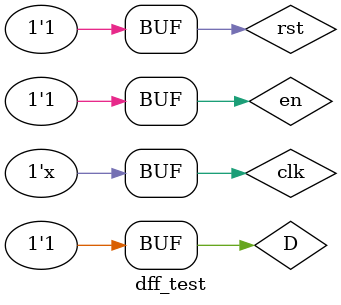
<source format=v>
`timescale 1ns / 1ps


module dff_test;

	// Inputs
	reg D;
	reg clk;
	reg rst;
	reg en;

	// Outputs
	wire Q;

	// Instantiate the Unit Under Test (UUT)
	dff uut (
		.D(D), 
		.clk(clk), 
		.rst(rst), 
		.en(en), 
		.Q(Q)
	);
	always #50 clk= ~clk;

	
	initial begin
		// Initialize Inputs
		D = 0;
		clk = 0;
		rst = 0;
		en = 0;
		// Wait 100 ns for global reset to finish
		#75;
		D=1;
		#100;
		en=1;
		#100;
		#100;
		#100;
		en=0;
		#100;
		rst=1;
		#100;
		rst=0;
		en=1;
      #100;
		rst=1;	 
		// Add stimulus here

	end
      
endmodule


</source>
